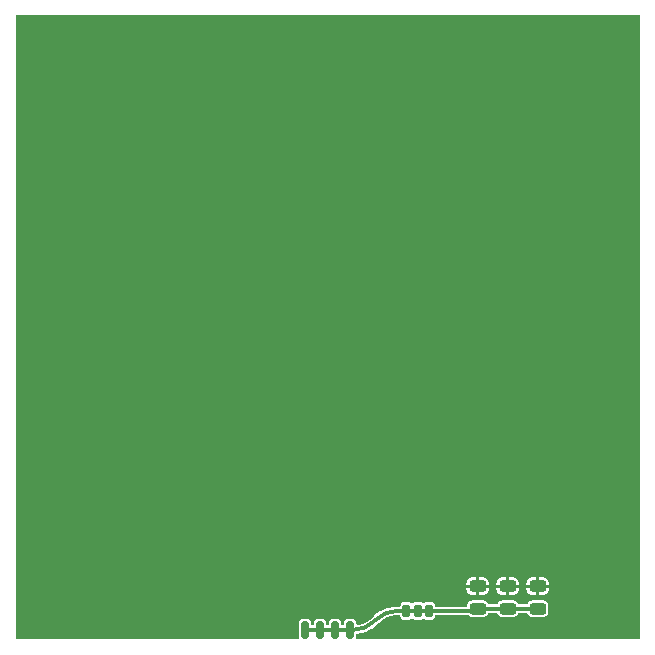
<source format=gtl>
G04*
G04 #@! TF.GenerationSoftware,Altium Limited,Altium Designer,23.6.0 (18)*
G04*
G04 Layer_Physical_Order=1*
G04 Layer_Color=255*
%FSLAX24Y24*%
%MOIN*%
G70*
G04*
G04 #@! TF.SameCoordinates,E286C0A6-8AE3-4266-9951-E804B8659C5B*
G04*
G04*
G04 #@! TF.FilePolarity,Positive*
G04*
G01*
G75*
%ADD15C,0.0118*%
G04:AMPARAMS|DCode=16|XSize=39.4mil|YSize=55.1mil|CornerRadius=9.8mil|HoleSize=0mil|Usage=FLASHONLY|Rotation=270.000|XOffset=0mil|YOffset=0mil|HoleType=Round|Shape=RoundedRectangle|*
%AMROUNDEDRECTD16*
21,1,0.0394,0.0354,0,0,270.0*
21,1,0.0197,0.0551,0,0,270.0*
1,1,0.0197,-0.0177,-0.0098*
1,1,0.0197,-0.0177,0.0098*
1,1,0.0197,0.0177,0.0098*
1,1,0.0197,0.0177,-0.0098*
%
%ADD16ROUNDEDRECTD16*%
G04:AMPARAMS|DCode=17|XSize=23.6mil|YSize=43.3mil|CornerRadius=3.5mil|HoleSize=0mil|Usage=FLASHONLY|Rotation=0.000|XOffset=0mil|YOffset=0mil|HoleType=Round|Shape=RoundedRectangle|*
%AMROUNDEDRECTD17*
21,1,0.0236,0.0362,0,0,0.0*
21,1,0.0165,0.0433,0,0,0.0*
1,1,0.0071,0.0083,-0.0181*
1,1,0.0071,-0.0083,-0.0181*
1,1,0.0071,-0.0083,0.0181*
1,1,0.0071,0.0083,0.0181*
%
%ADD17ROUNDEDRECTD17*%
G04:AMPARAMS|DCode=18|XSize=23.6mil|YSize=57.1mil|CornerRadius=5.9mil|HoleSize=0mil|Usage=FLASHONLY|Rotation=0.000|XOffset=0mil|YOffset=0mil|HoleType=Round|Shape=RoundedRectangle|*
%AMROUNDEDRECTD18*
21,1,0.0236,0.0453,0,0,0.0*
21,1,0.0118,0.0571,0,0,0.0*
1,1,0.0118,0.0059,-0.0226*
1,1,0.0118,-0.0059,-0.0226*
1,1,0.0118,-0.0059,0.0226*
1,1,0.0118,0.0059,0.0226*
%
%ADD18ROUNDEDRECTD18*%
%ADD19C,0.1732*%
%ADD20C,0.0236*%
%ADD21C,0.0630*%
G36*
X10400Y-10400D02*
X978D01*
X973Y-10396D01*
X957Y-10377D01*
X941Y-10341D01*
X942Y-10335D01*
X946Y-10317D01*
X947Y-10299D01*
Y-10210D01*
X950Y-10210D01*
X1005Y-10205D01*
X1060Y-10198D01*
X1114Y-10188D01*
X1168Y-10175D01*
X1221Y-10159D01*
X1274Y-10141D01*
X1325Y-10119D01*
X1375Y-10096D01*
X1424Y-10069D01*
X1471Y-10040D01*
X1517Y-10009D01*
X1561Y-9975D01*
X1600Y-9941D01*
X1603Y-9939D01*
X1643Y-9901D01*
X1643Y-9901D01*
X1700Y-9843D01*
X1702Y-9841D01*
X1738Y-9807D01*
X1778Y-9774D01*
X1820Y-9743D01*
X1864Y-9715D01*
X1909Y-9689D01*
X1956Y-9667D01*
X2004Y-9647D01*
X2053Y-9630D01*
X2104Y-9616D01*
X2154Y-9605D01*
X2206Y-9597D01*
X2258Y-9592D01*
X2307Y-9591D01*
X2310Y-9591D01*
X2429D01*
Y-9634D01*
X2430Y-9652D01*
X2434Y-9669D01*
X2441Y-9686D01*
X2451Y-9701D01*
X2462Y-9715D01*
X2476Y-9727D01*
X2491Y-9736D01*
X2508Y-9743D01*
X2525Y-9747D01*
X2543Y-9748D01*
X2709D01*
X2727Y-9747D01*
X2744Y-9743D01*
X2761Y-9736D01*
X2776Y-9727D01*
X2798Y-9715D01*
X2828Y-9715D01*
X2850Y-9727D01*
X2865Y-9736D01*
X2882Y-9743D01*
X2899Y-9747D01*
X2917Y-9748D01*
X3083D01*
X3101Y-9747D01*
X3118Y-9743D01*
X3135Y-9736D01*
X3150Y-9727D01*
X3172Y-9715D01*
X3202D01*
X3224Y-9727D01*
X3239Y-9736D01*
X3256Y-9743D01*
X3273Y-9747D01*
X3291Y-9748D01*
X3457D01*
X3475Y-9747D01*
X3492Y-9743D01*
X3509Y-9736D01*
X3524Y-9727D01*
X3538Y-9715D01*
X3549Y-9701D01*
X3559Y-9686D01*
X3566Y-9669D01*
X3570Y-9652D01*
X3571Y-9634D01*
Y-9591D01*
X4691D01*
X4697Y-9598D01*
X4715Y-9613D01*
X4734Y-9626D01*
X4755Y-9636D01*
X4777Y-9644D01*
X4800Y-9648D01*
X4823Y-9650D01*
X5177D01*
X5200Y-9648D01*
X5223Y-9644D01*
X5245Y-9636D01*
X5266Y-9626D01*
X5285Y-9613D01*
X5303Y-9598D01*
X5318Y-9581D01*
X5331Y-9561D01*
X5341Y-9540D01*
X5349Y-9518D01*
X5350Y-9512D01*
X5650D01*
X5651Y-9518D01*
X5659Y-9540D01*
X5669Y-9561D01*
X5682Y-9581D01*
X5697Y-9598D01*
X5715Y-9613D01*
X5734Y-9626D01*
X5755Y-9636D01*
X5777Y-9644D01*
X5800Y-9648D01*
X5823Y-9650D01*
X6177D01*
X6200Y-9648D01*
X6223Y-9644D01*
X6245Y-9636D01*
X6266Y-9626D01*
X6285Y-9613D01*
X6303Y-9598D01*
X6318Y-9581D01*
X6331Y-9561D01*
X6341Y-9540D01*
X6349Y-9518D01*
X6350Y-9512D01*
X6650D01*
X6651Y-9518D01*
X6659Y-9540D01*
X6669Y-9561D01*
X6682Y-9581D01*
X6697Y-9598D01*
X6715Y-9613D01*
X6734Y-9626D01*
X6755Y-9636D01*
X6777Y-9644D01*
X6800Y-9648D01*
X6823Y-9650D01*
X7177D01*
X7200Y-9648D01*
X7223Y-9644D01*
X7245Y-9636D01*
X7266Y-9626D01*
X7285Y-9613D01*
X7303Y-9598D01*
X7318Y-9581D01*
X7331Y-9561D01*
X7341Y-9540D01*
X7349Y-9518D01*
X7353Y-9496D01*
X7355Y-9472D01*
Y-9276D01*
X7353Y-9252D01*
X7349Y-9230D01*
X7341Y-9208D01*
X7331Y-9187D01*
X7318Y-9168D01*
X7303Y-9150D01*
X7285Y-9135D01*
X7266Y-9122D01*
X7245Y-9112D01*
X7223Y-9104D01*
X7200Y-9100D01*
X7177Y-9098D01*
X6823D01*
X6800Y-9100D01*
X6777Y-9104D01*
X6755Y-9112D01*
X6734Y-9122D01*
X6715Y-9135D01*
X6697Y-9150D01*
X6682Y-9168D01*
X6669Y-9187D01*
X6659Y-9208D01*
X6651Y-9230D01*
X6650Y-9236D01*
X6350D01*
X6349Y-9230D01*
X6341Y-9208D01*
X6331Y-9187D01*
X6318Y-9168D01*
X6303Y-9150D01*
X6285Y-9135D01*
X6266Y-9122D01*
X6245Y-9112D01*
X6223Y-9104D01*
X6200Y-9100D01*
X6177Y-9098D01*
X5823D01*
X5800Y-9100D01*
X5777Y-9104D01*
X5755Y-9112D01*
X5734Y-9122D01*
X5715Y-9135D01*
X5697Y-9150D01*
X5682Y-9168D01*
X5669Y-9187D01*
X5659Y-9208D01*
X5651Y-9230D01*
X5650Y-9236D01*
X5350D01*
X5349Y-9230D01*
X5341Y-9208D01*
X5331Y-9187D01*
X5318Y-9168D01*
X5303Y-9150D01*
X5285Y-9135D01*
X5266Y-9122D01*
X5245Y-9112D01*
X5223Y-9104D01*
X5200Y-9100D01*
X5177Y-9098D01*
X4823D01*
X4800Y-9100D01*
X4777Y-9104D01*
X4755Y-9112D01*
X4734Y-9122D01*
X4715Y-9135D01*
X4697Y-9150D01*
X4682Y-9168D01*
X4669Y-9187D01*
X4659Y-9208D01*
X4651Y-9230D01*
X4647Y-9252D01*
X4645Y-9276D01*
Y-9315D01*
X3571D01*
Y-9272D01*
X3570Y-9254D01*
X3566Y-9236D01*
X3559Y-9220D01*
X3549Y-9204D01*
X3538Y-9191D01*
X3524Y-9179D01*
X3509Y-9170D01*
X3492Y-9163D01*
X3475Y-9159D01*
X3457Y-9157D01*
X3291D01*
X3273Y-9159D01*
X3256Y-9163D01*
X3239Y-9170D01*
X3224Y-9179D01*
X3202Y-9191D01*
X3172D01*
X3150Y-9179D01*
X3135Y-9170D01*
X3118Y-9163D01*
X3101Y-9159D01*
X3083Y-9157D01*
X2917D01*
X2899Y-9159D01*
X2882Y-9163D01*
X2865Y-9170D01*
X2850Y-9179D01*
X2828Y-9191D01*
X2798Y-9191D01*
X2776Y-9179D01*
X2761Y-9170D01*
X2744Y-9163D01*
X2727Y-9159D01*
X2709Y-9157D01*
X2543D01*
X2525Y-9159D01*
X2508Y-9163D01*
X2491Y-9170D01*
X2476Y-9179D01*
X2462Y-9191D01*
X2451Y-9204D01*
X2441Y-9220D01*
X2434Y-9236D01*
X2430Y-9254D01*
X2429Y-9272D01*
Y-9315D01*
X2310D01*
Y-9315D01*
X2250Y-9316D01*
X2191Y-9321D01*
X2132Y-9329D01*
X2073Y-9339D01*
X2015Y-9353D01*
X1958Y-9370D01*
X1902Y-9390D01*
X1847Y-9413D01*
X1793Y-9439D01*
X1741Y-9467D01*
X1690Y-9498D01*
X1641Y-9532D01*
X1594Y-9568D01*
X1548Y-9607D01*
X1505Y-9648D01*
X1505Y-9648D01*
X1448Y-9706D01*
X1446Y-9708D01*
X1413Y-9738D01*
X1377Y-9768D01*
X1339Y-9796D01*
X1299Y-9822D01*
X1258Y-9845D01*
X1216Y-9866D01*
X1172Y-9884D01*
X1127Y-9900D01*
X1082Y-9912D01*
X1035Y-9922D01*
X1006Y-9927D01*
X947Y-9891D01*
Y-9846D01*
X946Y-9828D01*
X942Y-9811D01*
X937Y-9794D01*
X929Y-9777D01*
X919Y-9762D01*
X907Y-9749D01*
X893Y-9737D01*
X878Y-9727D01*
X862Y-9719D01*
X845Y-9713D01*
X827Y-9710D01*
X809Y-9708D01*
X691D01*
X673Y-9710D01*
X655Y-9713D01*
X638Y-9719D01*
X622Y-9727D01*
X607Y-9737D01*
X593Y-9749D01*
X581Y-9762D01*
X571Y-9777D01*
X563Y-9794D01*
X558Y-9811D01*
X554Y-9828D01*
X553Y-9846D01*
Y-9935D01*
X447D01*
Y-9846D01*
X446Y-9828D01*
X442Y-9811D01*
X437Y-9794D01*
X429Y-9777D01*
X419Y-9762D01*
X407Y-9749D01*
X393Y-9737D01*
X378Y-9727D01*
X362Y-9719D01*
X345Y-9713D01*
X327Y-9710D01*
X309Y-9708D01*
X191D01*
X173Y-9710D01*
X155Y-9713D01*
X138Y-9719D01*
X122Y-9727D01*
X107Y-9737D01*
X93Y-9749D01*
X81Y-9762D01*
X71Y-9777D01*
X63Y-9794D01*
X58Y-9811D01*
X54Y-9828D01*
X53Y-9846D01*
Y-9935D01*
X-53D01*
Y-9846D01*
X-54Y-9828D01*
X-58Y-9811D01*
X-63Y-9794D01*
X-71Y-9777D01*
X-81Y-9762D01*
X-93Y-9749D01*
X-107Y-9737D01*
X-122Y-9727D01*
X-138Y-9719D01*
X-155Y-9713D01*
X-173Y-9710D01*
X-191Y-9708D01*
X-309D01*
X-327Y-9710D01*
X-345Y-9713D01*
X-362Y-9719D01*
X-378Y-9727D01*
X-393Y-9737D01*
X-407Y-9749D01*
X-419Y-9762D01*
X-429Y-9777D01*
X-437Y-9794D01*
X-442Y-9811D01*
X-446Y-9828D01*
X-447Y-9846D01*
Y-9935D01*
X-553D01*
Y-9846D01*
X-554Y-9828D01*
X-558Y-9811D01*
X-563Y-9794D01*
X-571Y-9777D01*
X-581Y-9762D01*
X-593Y-9749D01*
X-607Y-9737D01*
X-622Y-9727D01*
X-638Y-9719D01*
X-655Y-9713D01*
X-673Y-9710D01*
X-691Y-9708D01*
X-809D01*
X-827Y-9710D01*
X-845Y-9713D01*
X-862Y-9719D01*
X-878Y-9727D01*
X-893Y-9737D01*
X-907Y-9749D01*
X-919Y-9762D01*
X-929Y-9777D01*
X-937Y-9794D01*
X-942Y-9811D01*
X-946Y-9828D01*
X-947Y-9846D01*
Y-10299D01*
X-946Y-10317D01*
X-942Y-10335D01*
X-941Y-10341D01*
X-957Y-10377D01*
X-973Y-10396D01*
X-978Y-10400D01*
X-10400D01*
Y10400D01*
X10400D01*
Y-10400D01*
D02*
G37*
%LPC*%
G36*
X7177Y-8330D02*
X7049D01*
Y-8577D01*
X7374D01*
Y-8528D01*
X7373Y-8505D01*
X7369Y-8484D01*
X7363Y-8462D01*
X7355Y-8442D01*
X7344Y-8423D01*
X7331Y-8405D01*
X7317Y-8388D01*
X7300Y-8373D01*
X7282Y-8361D01*
X7263Y-8350D01*
X7242Y-8341D01*
X7221Y-8335D01*
X7199Y-8332D01*
X7177Y-8330D01*
D02*
G37*
G36*
X6177D02*
X6049D01*
Y-8577D01*
X6374D01*
Y-8528D01*
X6373Y-8505D01*
X6369Y-8484D01*
X6363Y-8462D01*
X6355Y-8442D01*
X6344Y-8423D01*
X6331Y-8405D01*
X6317Y-8388D01*
X6300Y-8373D01*
X6282Y-8361D01*
X6263Y-8350D01*
X6242Y-8341D01*
X6221Y-8335D01*
X6199Y-8332D01*
X6177Y-8330D01*
D02*
G37*
G36*
X5177D02*
X5049D01*
Y-8577D01*
X5374D01*
Y-8528D01*
X5373Y-8505D01*
X5369Y-8484D01*
X5363Y-8462D01*
X5355Y-8442D01*
X5344Y-8423D01*
X5331Y-8405D01*
X5317Y-8388D01*
X5300Y-8373D01*
X5282Y-8361D01*
X5263Y-8350D01*
X5242Y-8341D01*
X5221Y-8335D01*
X5199Y-8332D01*
X5177Y-8330D01*
D02*
G37*
G36*
X5951D02*
X5823D01*
X5801Y-8332D01*
X5779Y-8335D01*
X5758Y-8341D01*
X5737Y-8350D01*
X5718Y-8361D01*
X5700Y-8373D01*
X5683Y-8388D01*
X5669Y-8405D01*
X5656Y-8423D01*
X5645Y-8442D01*
X5637Y-8462D01*
X5631Y-8484D01*
X5627Y-8505D01*
X5626Y-8528D01*
Y-8577D01*
X5951D01*
Y-8330D01*
D02*
G37*
G36*
X4951D02*
X4823D01*
X4801Y-8332D01*
X4779Y-8335D01*
X4758Y-8341D01*
X4737Y-8350D01*
X4718Y-8361D01*
X4700Y-8373D01*
X4683Y-8388D01*
X4669Y-8405D01*
X4656Y-8423D01*
X4645Y-8442D01*
X4637Y-8462D01*
X4631Y-8484D01*
X4627Y-8505D01*
X4626Y-8528D01*
Y-8577D01*
X4951D01*
Y-8330D01*
D02*
G37*
G36*
X6951D02*
X6823D01*
X6801Y-8332D01*
X6779Y-8335D01*
X6758Y-8341D01*
X6737Y-8350D01*
X6718Y-8361D01*
X6700Y-8373D01*
X6683Y-8388D01*
X6669Y-8405D01*
X6656Y-8423D01*
X6645Y-8442D01*
X6637Y-8462D01*
X6631Y-8484D01*
X6627Y-8505D01*
X6626Y-8528D01*
Y-8577D01*
X6951D01*
Y-8330D01*
D02*
G37*
G36*
X7374Y-8675D02*
X7049D01*
Y-8922D01*
X7177D01*
X7199Y-8920D01*
X7221Y-8917D01*
X7242Y-8911D01*
X7263Y-8902D01*
X7282Y-8891D01*
X7300Y-8879D01*
X7317Y-8864D01*
X7331Y-8847D01*
X7344Y-8829D01*
X7355Y-8810D01*
X7363Y-8790D01*
X7369Y-8768D01*
X7373Y-8746D01*
X7374Y-8724D01*
Y-8675D01*
D02*
G37*
G36*
X6951D02*
X6626D01*
Y-8724D01*
X6627Y-8746D01*
X6631Y-8768D01*
X6637Y-8790D01*
X6645Y-8810D01*
X6656Y-8829D01*
X6669Y-8847D01*
X6683Y-8864D01*
X6700Y-8879D01*
X6718Y-8891D01*
X6737Y-8902D01*
X6758Y-8911D01*
X6779Y-8917D01*
X6801Y-8920D01*
X6823Y-8922D01*
X6951D01*
Y-8675D01*
D02*
G37*
G36*
X6374D02*
X6049D01*
Y-8922D01*
X6177D01*
X6199Y-8920D01*
X6221Y-8917D01*
X6242Y-8911D01*
X6263Y-8902D01*
X6282Y-8891D01*
X6300Y-8879D01*
X6317Y-8864D01*
X6331Y-8847D01*
X6344Y-8829D01*
X6355Y-8810D01*
X6363Y-8790D01*
X6369Y-8768D01*
X6373Y-8746D01*
X6374Y-8724D01*
Y-8675D01*
D02*
G37*
G36*
X5951D02*
X5626D01*
Y-8724D01*
X5627Y-8746D01*
X5631Y-8768D01*
X5637Y-8790D01*
X5645Y-8810D01*
X5656Y-8829D01*
X5669Y-8847D01*
X5683Y-8864D01*
X5700Y-8879D01*
X5718Y-8891D01*
X5737Y-8902D01*
X5758Y-8911D01*
X5779Y-8917D01*
X5801Y-8920D01*
X5823Y-8922D01*
X5951D01*
Y-8675D01*
D02*
G37*
G36*
X5374D02*
X5049D01*
Y-8922D01*
X5177D01*
X5199Y-8920D01*
X5221Y-8917D01*
X5242Y-8911D01*
X5263Y-8902D01*
X5282Y-8891D01*
X5300Y-8879D01*
X5317Y-8864D01*
X5331Y-8847D01*
X5344Y-8829D01*
X5355Y-8810D01*
X5363Y-8790D01*
X5369Y-8768D01*
X5373Y-8746D01*
X5374Y-8724D01*
Y-8675D01*
D02*
G37*
G36*
X4951D02*
X4626D01*
Y-8724D01*
X4627Y-8746D01*
X4631Y-8768D01*
X4637Y-8790D01*
X4645Y-8810D01*
X4656Y-8829D01*
X4669Y-8847D01*
X4683Y-8864D01*
X4700Y-8879D01*
X4718Y-8891D01*
X4737Y-8902D01*
X4758Y-8911D01*
X4779Y-8917D01*
X4801Y-8920D01*
X4823Y-8922D01*
X4951D01*
Y-8675D01*
D02*
G37*
%LPD*%
D15*
X894Y-10073D02*
G03*
X1545Y-9803I0J921D01*
G01*
X2310Y-9453D02*
G03*
X1603Y-9746I0J-1000D01*
G01*
X4810Y-9453D02*
G03*
X5000Y-9374I0J269D01*
G01*
X750Y-10073D02*
X894D01*
X-250D02*
X750D01*
X-750D02*
X-250D01*
X1545Y-9803D02*
X1603Y-9746D01*
X2310Y-9453D02*
X2626D01*
X3000Y-9453D02*
X3374D01*
X2626D02*
X3000D01*
X3374D02*
X4810D01*
X6000Y-9374D02*
X7000D01*
X5000D02*
X6000D01*
X2626Y-9453D02*
X2626Y-9453D01*
D16*
X7000Y-8626D02*
D03*
Y-9374D02*
D03*
X6000Y-8626D02*
D03*
Y-9374D02*
D03*
X5000Y-8626D02*
D03*
Y-9374D02*
D03*
D17*
X3374Y-8547D02*
D03*
X3000D02*
D03*
X2626D02*
D03*
Y-9453D02*
D03*
X3000Y-9453D02*
D03*
X3374D02*
D03*
D18*
X750Y-7927D02*
D03*
X250Y-7927D02*
D03*
X-250Y-7927D02*
D03*
X-750D02*
D03*
X750Y-10073D02*
D03*
X250Y-10073D02*
D03*
X-250Y-10073D02*
D03*
X-750D02*
D03*
D19*
X-9000Y9000D02*
D03*
X9000Y-9000D02*
D03*
X-9000D02*
D03*
X9000Y9000D02*
D03*
D20*
X-2000Y-6000D02*
D03*
X0D02*
D03*
X2000D02*
D03*
X-6000D02*
D03*
X-4000D02*
D03*
X4000D02*
D03*
X6000D02*
D03*
X-2000Y-2000D02*
D03*
X0D02*
D03*
X2000D02*
D03*
Y-4000D02*
D03*
X0D02*
D03*
X-2000D02*
D03*
X-4000D02*
D03*
X4000D02*
D03*
X6000D02*
D03*
X-6000D02*
D03*
Y-2000D02*
D03*
X-4000D02*
D03*
X4000D02*
D03*
X6000D02*
D03*
X-2000Y6000D02*
D03*
X0D02*
D03*
X2000D02*
D03*
Y4000D02*
D03*
X0D02*
D03*
X-2000D02*
D03*
X-4000D02*
D03*
X4000D02*
D03*
X6000D02*
D03*
X-6000D02*
D03*
Y6000D02*
D03*
X-4000D02*
D03*
X4000D02*
D03*
X6000D02*
D03*
Y2000D02*
D03*
X4000D02*
D03*
X-4000D02*
D03*
X-6000D02*
D03*
Y0D02*
D03*
X6000D02*
D03*
X4000D02*
D03*
X-4000D02*
D03*
X-2000D02*
D03*
X0D02*
D03*
X2000D02*
D03*
Y2000D02*
D03*
X0D02*
D03*
X-2000D02*
D03*
D21*
X7500Y8500D02*
D03*
Y9500D02*
D03*
X1500Y9500D02*
D03*
X-1500D02*
D03*
X-7500D02*
D03*
X5500Y8500D02*
D03*
X4500Y9500D02*
D03*
X5500D02*
D03*
X500Y8500D02*
D03*
Y9500D02*
D03*
X1500Y8500D02*
D03*
X2500Y9500D02*
D03*
Y8500D02*
D03*
X3500Y9500D02*
D03*
Y8500D02*
D03*
X-3500D02*
D03*
Y9500D02*
D03*
X-2500D02*
D03*
X-500Y8500D02*
D03*
X6500D02*
D03*
X-2500D02*
D03*
X-1500D02*
D03*
X-500Y9500D02*
D03*
X-4500Y8500D02*
D03*
X-4500Y9500D02*
D03*
X-5500Y8500D02*
D03*
X-5500Y9500D02*
D03*
X-6500Y8500D02*
D03*
X-6500Y9500D02*
D03*
X-7500Y8500D02*
D03*
X4500Y8500D02*
D03*
X6500Y9500D02*
D03*
X8500Y7500D02*
D03*
X9500Y7500D02*
D03*
X9500Y6500D02*
D03*
X8500Y6500D02*
D03*
X9500Y5500D02*
D03*
X8500Y5500D02*
D03*
X9500Y4500D02*
D03*
X8500Y4500D02*
D03*
X8500Y500D02*
D03*
X9500D02*
D03*
X8500Y1500D02*
D03*
X9500Y1500D02*
D03*
X8500Y2500D02*
D03*
X9500Y2500D02*
D03*
Y3500D02*
D03*
X8500D02*
D03*
Y-3500D02*
D03*
X9500D02*
D03*
X8500Y-2500D02*
D03*
X9500D02*
D03*
X8500Y-1500D02*
D03*
X9500D02*
D03*
Y-500D02*
D03*
X8500D02*
D03*
X8500Y-7500D02*
D03*
X9500Y-7500D02*
D03*
X8500Y-6500D02*
D03*
X9500Y-6500D02*
D03*
X8500Y-5500D02*
D03*
X9500Y-5500D02*
D03*
Y-4500D02*
D03*
X8500Y-4500D02*
D03*
X-9500Y-4500D02*
D03*
X-8500D02*
D03*
Y-5500D02*
D03*
X-9500D02*
D03*
X-8500Y-6500D02*
D03*
X-9500D02*
D03*
X-8500Y-7500D02*
D03*
X-9500D02*
D03*
Y-500D02*
D03*
X-8500D02*
D03*
Y-1500D02*
D03*
X-9500D02*
D03*
X-8500Y-2500D02*
D03*
X-9500D02*
D03*
X-8500Y-3500D02*
D03*
X-9500D02*
D03*
Y3500D02*
D03*
X-8500D02*
D03*
Y2500D02*
D03*
X-9500D02*
D03*
X-8500Y1500D02*
D03*
X-9500D02*
D03*
X-8500Y500D02*
D03*
X-9500D02*
D03*
Y4500D02*
D03*
X-8500D02*
D03*
X-9500Y5500D02*
D03*
X-8500D02*
D03*
X-9500Y6500D02*
D03*
X-8500D02*
D03*
Y7500D02*
D03*
X-9500D02*
D03*
M02*

</source>
